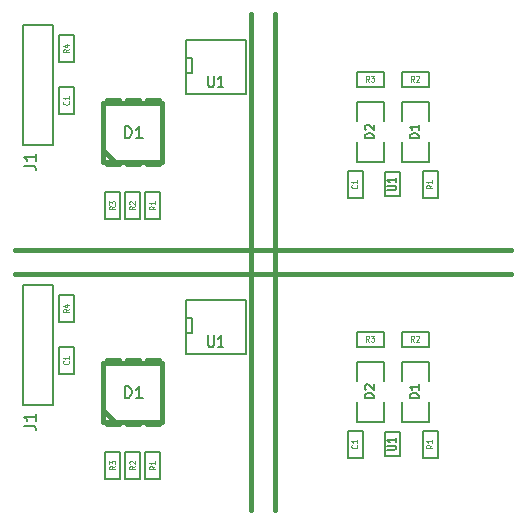
<source format=gto>
G04 (created by PCBNEW (2013-07-07 BZR 4022)-stable) date 22/01/2014 05:32:29*
%MOIN*%
G04 Gerber Fmt 3.4, Leading zero omitted, Abs format*
%FSLAX34Y34*%
G01*
G70*
G90*
G04 APERTURE LIST*
%ADD10C,0.00590551*%
%ADD11C,0.015*%
%ADD12C,0.005*%
%ADD13C,0.006*%
%ADD14C,0.00787402*%
%ADD15C,0.0045*%
G04 APERTURE END LIST*
G54D10*
G54D11*
X29921Y-19685D02*
X29921Y-36220D01*
X29133Y-19685D02*
X29133Y-36220D01*
X37795Y-28346D02*
X21259Y-28346D01*
X21259Y-27559D02*
X37795Y-27559D01*
G54D12*
X33551Y-31265D02*
X32651Y-31265D01*
X32651Y-31265D02*
X32651Y-31915D01*
X33551Y-32615D02*
X33551Y-33265D01*
X33551Y-33265D02*
X32651Y-33265D01*
X32651Y-33265D02*
X32651Y-32615D01*
X33551Y-31915D02*
X33551Y-31265D01*
X34151Y-33265D02*
X35051Y-33265D01*
X35051Y-33265D02*
X35051Y-32615D01*
X34151Y-31915D02*
X34151Y-31265D01*
X34151Y-31265D02*
X35051Y-31265D01*
X35051Y-31265D02*
X35051Y-31915D01*
X34151Y-32615D02*
X34151Y-33265D01*
X32851Y-33565D02*
X32851Y-34465D01*
X32851Y-34465D02*
X32351Y-34465D01*
X32351Y-34465D02*
X32351Y-33565D01*
X32351Y-33565D02*
X32851Y-33565D01*
X35351Y-33565D02*
X35351Y-34465D01*
X35351Y-34465D02*
X34851Y-34465D01*
X34851Y-34465D02*
X34851Y-33565D01*
X34851Y-33565D02*
X35351Y-33565D01*
X35051Y-30765D02*
X34151Y-30765D01*
X34151Y-30765D02*
X34151Y-30265D01*
X34151Y-30265D02*
X35051Y-30265D01*
X35051Y-30265D02*
X35051Y-30765D01*
X33551Y-30765D02*
X32651Y-30765D01*
X32651Y-30765D02*
X32651Y-30265D01*
X32651Y-30265D02*
X33551Y-30265D01*
X33551Y-30265D02*
X33551Y-30765D01*
G54D13*
X34101Y-34415D02*
X34101Y-33615D01*
X34101Y-33615D02*
X33601Y-33615D01*
X33601Y-33615D02*
X33601Y-34415D01*
X33601Y-34415D02*
X34101Y-34415D01*
G54D14*
X22547Y-32708D02*
X22547Y-28708D01*
X21547Y-32708D02*
X21547Y-28708D01*
X21547Y-28708D02*
X22547Y-28708D01*
X21547Y-32708D02*
X22547Y-32708D01*
G54D11*
X25669Y-33346D02*
X26062Y-33346D01*
X25000Y-33346D02*
X25393Y-33346D01*
X24330Y-33346D02*
X24724Y-33346D01*
X24330Y-31220D02*
X24724Y-31220D01*
X25669Y-31220D02*
X26062Y-31220D01*
X25000Y-31299D02*
X25000Y-31220D01*
X25000Y-31220D02*
X25393Y-31220D01*
X25393Y-31220D02*
X25393Y-31299D01*
X24212Y-32874D02*
X24606Y-33267D01*
X24212Y-31299D02*
X26181Y-31299D01*
X26181Y-31299D02*
X26181Y-33267D01*
X26181Y-33267D02*
X24212Y-33267D01*
X24212Y-33267D02*
X24212Y-31299D01*
G54D12*
X23242Y-30770D02*
X23242Y-31670D01*
X23242Y-31670D02*
X22742Y-31670D01*
X22742Y-31670D02*
X22742Y-30770D01*
X22742Y-30770D02*
X23242Y-30770D01*
X23242Y-29038D02*
X23242Y-29938D01*
X23242Y-29938D02*
X22742Y-29938D01*
X22742Y-29938D02*
X22742Y-29038D01*
X22742Y-29038D02*
X23242Y-29038D01*
X24777Y-34274D02*
X24777Y-35174D01*
X24777Y-35174D02*
X24277Y-35174D01*
X24277Y-35174D02*
X24277Y-34274D01*
X24277Y-34274D02*
X24777Y-34274D01*
X25446Y-34274D02*
X25446Y-35174D01*
X25446Y-35174D02*
X24946Y-35174D01*
X24946Y-35174D02*
X24946Y-34274D01*
X24946Y-34274D02*
X25446Y-34274D01*
X26116Y-34274D02*
X26116Y-35174D01*
X26116Y-35174D02*
X25616Y-35174D01*
X25616Y-35174D02*
X25616Y-34274D01*
X25616Y-34274D02*
X26116Y-34274D01*
X26952Y-29218D02*
X28952Y-29218D01*
X28952Y-29218D02*
X28952Y-31018D01*
X28952Y-31018D02*
X26952Y-31018D01*
X26952Y-31018D02*
X26952Y-29218D01*
X26952Y-29818D02*
X27152Y-29818D01*
X27152Y-29818D02*
X27152Y-30318D01*
X27152Y-30318D02*
X26952Y-30318D01*
X26952Y-20556D02*
X28952Y-20556D01*
X28952Y-20556D02*
X28952Y-22356D01*
X28952Y-22356D02*
X26952Y-22356D01*
X26952Y-22356D02*
X26952Y-20556D01*
X26952Y-21156D02*
X27152Y-21156D01*
X27152Y-21156D02*
X27152Y-21656D01*
X27152Y-21656D02*
X26952Y-21656D01*
X26116Y-25612D02*
X26116Y-26512D01*
X26116Y-26512D02*
X25616Y-26512D01*
X25616Y-26512D02*
X25616Y-25612D01*
X25616Y-25612D02*
X26116Y-25612D01*
X25446Y-25612D02*
X25446Y-26512D01*
X25446Y-26512D02*
X24946Y-26512D01*
X24946Y-26512D02*
X24946Y-25612D01*
X24946Y-25612D02*
X25446Y-25612D01*
X24777Y-25612D02*
X24777Y-26512D01*
X24777Y-26512D02*
X24277Y-26512D01*
X24277Y-26512D02*
X24277Y-25612D01*
X24277Y-25612D02*
X24777Y-25612D01*
X23242Y-20376D02*
X23242Y-21276D01*
X23242Y-21276D02*
X22742Y-21276D01*
X22742Y-21276D02*
X22742Y-20376D01*
X22742Y-20376D02*
X23242Y-20376D01*
X23242Y-22109D02*
X23242Y-23009D01*
X23242Y-23009D02*
X22742Y-23009D01*
X22742Y-23009D02*
X22742Y-22109D01*
X22742Y-22109D02*
X23242Y-22109D01*
G54D11*
X25669Y-24685D02*
X26062Y-24685D01*
X25000Y-24685D02*
X25393Y-24685D01*
X24330Y-24685D02*
X24724Y-24685D01*
X24330Y-22559D02*
X24724Y-22559D01*
X25669Y-22559D02*
X26062Y-22559D01*
X25000Y-22637D02*
X25000Y-22559D01*
X25000Y-22559D02*
X25393Y-22559D01*
X25393Y-22559D02*
X25393Y-22637D01*
X24212Y-24212D02*
X24606Y-24606D01*
X24212Y-22637D02*
X26181Y-22637D01*
X26181Y-22637D02*
X26181Y-24606D01*
X26181Y-24606D02*
X24212Y-24606D01*
X24212Y-24606D02*
X24212Y-22637D01*
G54D14*
X22547Y-24047D02*
X22547Y-20047D01*
X21547Y-24047D02*
X21547Y-20047D01*
X21547Y-20047D02*
X22547Y-20047D01*
X21547Y-24047D02*
X22547Y-24047D01*
G54D13*
X34101Y-25754D02*
X34101Y-24954D01*
X34101Y-24954D02*
X33601Y-24954D01*
X33601Y-24954D02*
X33601Y-25754D01*
X33601Y-25754D02*
X34101Y-25754D01*
G54D12*
X33551Y-22104D02*
X32651Y-22104D01*
X32651Y-22104D02*
X32651Y-21604D01*
X32651Y-21604D02*
X33551Y-21604D01*
X33551Y-21604D02*
X33551Y-22104D01*
X35051Y-22104D02*
X34151Y-22104D01*
X34151Y-22104D02*
X34151Y-21604D01*
X34151Y-21604D02*
X35051Y-21604D01*
X35051Y-21604D02*
X35051Y-22104D01*
X35351Y-24904D02*
X35351Y-25804D01*
X35351Y-25804D02*
X34851Y-25804D01*
X34851Y-25804D02*
X34851Y-24904D01*
X34851Y-24904D02*
X35351Y-24904D01*
X32851Y-24904D02*
X32851Y-25804D01*
X32851Y-25804D02*
X32351Y-25804D01*
X32351Y-25804D02*
X32351Y-24904D01*
X32351Y-24904D02*
X32851Y-24904D01*
X34151Y-24604D02*
X35051Y-24604D01*
X35051Y-24604D02*
X35051Y-23954D01*
X34151Y-23254D02*
X34151Y-22604D01*
X34151Y-22604D02*
X35051Y-22604D01*
X35051Y-22604D02*
X35051Y-23254D01*
X34151Y-23954D02*
X34151Y-24604D01*
X33551Y-22604D02*
X32651Y-22604D01*
X32651Y-22604D02*
X32651Y-23254D01*
X33551Y-23954D02*
X33551Y-24604D01*
X33551Y-24604D02*
X32651Y-24604D01*
X32651Y-24604D02*
X32651Y-23954D01*
X33551Y-23254D02*
X33551Y-22604D01*
X33222Y-32486D02*
X32922Y-32486D01*
X32922Y-32415D01*
X32936Y-32372D01*
X32965Y-32344D01*
X32994Y-32329D01*
X33051Y-32315D01*
X33094Y-32315D01*
X33151Y-32329D01*
X33179Y-32344D01*
X33208Y-32372D01*
X33222Y-32415D01*
X33222Y-32486D01*
X32951Y-32201D02*
X32936Y-32186D01*
X32922Y-32158D01*
X32922Y-32086D01*
X32936Y-32058D01*
X32951Y-32044D01*
X32979Y-32029D01*
X33008Y-32029D01*
X33051Y-32044D01*
X33222Y-32215D01*
X33222Y-32029D01*
X34722Y-32486D02*
X34422Y-32486D01*
X34422Y-32415D01*
X34436Y-32372D01*
X34465Y-32344D01*
X34494Y-32329D01*
X34551Y-32315D01*
X34594Y-32315D01*
X34651Y-32329D01*
X34679Y-32344D01*
X34708Y-32372D01*
X34722Y-32415D01*
X34722Y-32486D01*
X34722Y-32029D02*
X34722Y-32201D01*
X34722Y-32115D02*
X34422Y-32115D01*
X34465Y-32144D01*
X34494Y-32172D01*
X34508Y-32201D01*
G54D15*
X32663Y-34045D02*
X32672Y-34054D01*
X32682Y-34079D01*
X32682Y-34096D01*
X32672Y-34122D01*
X32653Y-34139D01*
X32634Y-34148D01*
X32596Y-34156D01*
X32567Y-34156D01*
X32529Y-34148D01*
X32510Y-34139D01*
X32491Y-34122D01*
X32482Y-34096D01*
X32482Y-34079D01*
X32491Y-34054D01*
X32501Y-34045D01*
X32682Y-33874D02*
X32682Y-33976D01*
X32682Y-33925D02*
X32482Y-33925D01*
X32510Y-33942D01*
X32529Y-33959D01*
X32539Y-33976D01*
X35182Y-34045D02*
X35086Y-34105D01*
X35182Y-34148D02*
X34982Y-34148D01*
X34982Y-34079D01*
X34991Y-34062D01*
X35001Y-34054D01*
X35020Y-34045D01*
X35048Y-34045D01*
X35067Y-34054D01*
X35077Y-34062D01*
X35086Y-34079D01*
X35086Y-34148D01*
X35182Y-33874D02*
X35182Y-33976D01*
X35182Y-33925D02*
X34982Y-33925D01*
X35010Y-33942D01*
X35029Y-33959D01*
X35039Y-33976D01*
X34571Y-30596D02*
X34511Y-30501D01*
X34468Y-30596D02*
X34468Y-30396D01*
X34536Y-30396D01*
X34554Y-30405D01*
X34562Y-30415D01*
X34571Y-30434D01*
X34571Y-30463D01*
X34562Y-30482D01*
X34554Y-30491D01*
X34536Y-30501D01*
X34468Y-30501D01*
X34639Y-30415D02*
X34648Y-30405D01*
X34665Y-30396D01*
X34708Y-30396D01*
X34725Y-30405D01*
X34734Y-30415D01*
X34742Y-30434D01*
X34742Y-30453D01*
X34734Y-30482D01*
X34631Y-30596D01*
X34742Y-30596D01*
X33071Y-30596D02*
X33011Y-30501D01*
X32968Y-30596D02*
X32968Y-30396D01*
X33036Y-30396D01*
X33054Y-30405D01*
X33062Y-30415D01*
X33071Y-30434D01*
X33071Y-30463D01*
X33062Y-30482D01*
X33054Y-30491D01*
X33036Y-30501D01*
X32968Y-30501D01*
X33131Y-30396D02*
X33242Y-30396D01*
X33182Y-30472D01*
X33208Y-30472D01*
X33225Y-30482D01*
X33234Y-30491D01*
X33242Y-30510D01*
X33242Y-30558D01*
X33234Y-30577D01*
X33225Y-30586D01*
X33208Y-30596D01*
X33156Y-30596D01*
X33139Y-30586D01*
X33131Y-30577D01*
G54D12*
X33672Y-34205D02*
X33915Y-34205D01*
X33944Y-34194D01*
X33958Y-34182D01*
X33972Y-34158D01*
X33972Y-34110D01*
X33958Y-34086D01*
X33944Y-34074D01*
X33915Y-34063D01*
X33672Y-34063D01*
X33972Y-33813D02*
X33972Y-33955D01*
X33972Y-33884D02*
X33672Y-33884D01*
X33715Y-33908D01*
X33744Y-33932D01*
X33758Y-33955D01*
G54D14*
X21556Y-33398D02*
X21838Y-33398D01*
X21894Y-33417D01*
X21931Y-33455D01*
X21950Y-33511D01*
X21950Y-33548D01*
X21950Y-33005D02*
X21950Y-33230D01*
X21950Y-33117D02*
X21556Y-33117D01*
X21613Y-33155D01*
X21650Y-33192D01*
X21669Y-33230D01*
X24925Y-32482D02*
X24925Y-32088D01*
X25019Y-32088D01*
X25075Y-32107D01*
X25113Y-32144D01*
X25132Y-32182D01*
X25150Y-32257D01*
X25150Y-32313D01*
X25132Y-32388D01*
X25113Y-32425D01*
X25075Y-32463D01*
X25019Y-32482D01*
X24925Y-32482D01*
X25525Y-32482D02*
X25300Y-32482D01*
X25413Y-32482D02*
X25413Y-32088D01*
X25375Y-32144D01*
X25338Y-32182D01*
X25300Y-32200D01*
G54D15*
X23054Y-31250D02*
X23063Y-31259D01*
X23073Y-31284D01*
X23073Y-31301D01*
X23063Y-31327D01*
X23044Y-31344D01*
X23025Y-31353D01*
X22987Y-31361D01*
X22958Y-31361D01*
X22920Y-31353D01*
X22901Y-31344D01*
X22882Y-31327D01*
X22873Y-31301D01*
X22873Y-31284D01*
X22882Y-31259D01*
X22892Y-31250D01*
X23073Y-31079D02*
X23073Y-31181D01*
X23073Y-31130D02*
X22873Y-31130D01*
X22901Y-31147D01*
X22920Y-31164D01*
X22930Y-31181D01*
X23073Y-29518D02*
X22977Y-29578D01*
X23073Y-29621D02*
X22873Y-29621D01*
X22873Y-29552D01*
X22882Y-29535D01*
X22892Y-29526D01*
X22911Y-29518D01*
X22939Y-29518D01*
X22958Y-29526D01*
X22968Y-29535D01*
X22977Y-29552D01*
X22977Y-29621D01*
X22939Y-29363D02*
X23073Y-29363D01*
X22863Y-29406D02*
X23006Y-29449D01*
X23006Y-29338D01*
X24608Y-34754D02*
X24513Y-34814D01*
X24608Y-34857D02*
X24408Y-34857D01*
X24408Y-34788D01*
X24418Y-34771D01*
X24427Y-34762D01*
X24446Y-34754D01*
X24475Y-34754D01*
X24494Y-34762D01*
X24503Y-34771D01*
X24513Y-34788D01*
X24513Y-34857D01*
X24408Y-34694D02*
X24408Y-34582D01*
X24484Y-34642D01*
X24484Y-34617D01*
X24494Y-34600D01*
X24503Y-34591D01*
X24522Y-34582D01*
X24570Y-34582D01*
X24589Y-34591D01*
X24598Y-34600D01*
X24608Y-34617D01*
X24608Y-34668D01*
X24598Y-34685D01*
X24589Y-34694D01*
X25277Y-34754D02*
X25182Y-34814D01*
X25277Y-34857D02*
X25077Y-34857D01*
X25077Y-34788D01*
X25087Y-34771D01*
X25096Y-34762D01*
X25115Y-34754D01*
X25144Y-34754D01*
X25163Y-34762D01*
X25173Y-34771D01*
X25182Y-34788D01*
X25182Y-34857D01*
X25096Y-34685D02*
X25087Y-34677D01*
X25077Y-34660D01*
X25077Y-34617D01*
X25087Y-34600D01*
X25096Y-34591D01*
X25115Y-34582D01*
X25134Y-34582D01*
X25163Y-34591D01*
X25277Y-34694D01*
X25277Y-34582D01*
X25947Y-34754D02*
X25851Y-34814D01*
X25947Y-34857D02*
X25747Y-34857D01*
X25747Y-34788D01*
X25756Y-34771D01*
X25766Y-34762D01*
X25785Y-34754D01*
X25813Y-34754D01*
X25832Y-34762D01*
X25842Y-34771D01*
X25851Y-34788D01*
X25851Y-34857D01*
X25947Y-34582D02*
X25947Y-34685D01*
X25947Y-34634D02*
X25747Y-34634D01*
X25775Y-34651D01*
X25794Y-34668D01*
X25804Y-34685D01*
G54D12*
X27712Y-30395D02*
X27712Y-30714D01*
X27727Y-30751D01*
X27742Y-30770D01*
X27772Y-30789D01*
X27832Y-30789D01*
X27862Y-30770D01*
X27877Y-30751D01*
X27892Y-30714D01*
X27892Y-30395D01*
X28207Y-30789D02*
X28027Y-30789D01*
X28117Y-30789D02*
X28117Y-30395D01*
X28087Y-30451D01*
X28057Y-30489D01*
X28027Y-30507D01*
X27712Y-21733D02*
X27712Y-22052D01*
X27727Y-22090D01*
X27742Y-22109D01*
X27772Y-22127D01*
X27832Y-22127D01*
X27862Y-22109D01*
X27877Y-22090D01*
X27892Y-22052D01*
X27892Y-21733D01*
X28207Y-22127D02*
X28027Y-22127D01*
X28117Y-22127D02*
X28117Y-21733D01*
X28087Y-21790D01*
X28057Y-21827D01*
X28027Y-21846D01*
G54D15*
X25947Y-26092D02*
X25851Y-26152D01*
X25947Y-26195D02*
X25747Y-26195D01*
X25747Y-26127D01*
X25756Y-26110D01*
X25766Y-26101D01*
X25785Y-26092D01*
X25813Y-26092D01*
X25832Y-26101D01*
X25842Y-26110D01*
X25851Y-26127D01*
X25851Y-26195D01*
X25947Y-25921D02*
X25947Y-26024D01*
X25947Y-25972D02*
X25747Y-25972D01*
X25775Y-25990D01*
X25794Y-26007D01*
X25804Y-26024D01*
X25277Y-26092D02*
X25182Y-26152D01*
X25277Y-26195D02*
X25077Y-26195D01*
X25077Y-26127D01*
X25087Y-26110D01*
X25096Y-26101D01*
X25115Y-26092D01*
X25144Y-26092D01*
X25163Y-26101D01*
X25173Y-26110D01*
X25182Y-26127D01*
X25182Y-26195D01*
X25096Y-26024D02*
X25087Y-26015D01*
X25077Y-25998D01*
X25077Y-25955D01*
X25087Y-25938D01*
X25096Y-25930D01*
X25115Y-25921D01*
X25134Y-25921D01*
X25163Y-25930D01*
X25277Y-26032D01*
X25277Y-25921D01*
X24608Y-26092D02*
X24513Y-26152D01*
X24608Y-26195D02*
X24408Y-26195D01*
X24408Y-26127D01*
X24418Y-26110D01*
X24427Y-26101D01*
X24446Y-26092D01*
X24475Y-26092D01*
X24494Y-26101D01*
X24503Y-26110D01*
X24513Y-26127D01*
X24513Y-26195D01*
X24408Y-26032D02*
X24408Y-25921D01*
X24484Y-25981D01*
X24484Y-25955D01*
X24494Y-25938D01*
X24503Y-25930D01*
X24522Y-25921D01*
X24570Y-25921D01*
X24589Y-25930D01*
X24598Y-25938D01*
X24608Y-25955D01*
X24608Y-26007D01*
X24598Y-26024D01*
X24589Y-26032D01*
X23073Y-20856D02*
X22977Y-20916D01*
X23073Y-20959D02*
X22873Y-20959D01*
X22873Y-20891D01*
X22882Y-20873D01*
X22892Y-20865D01*
X22911Y-20856D01*
X22939Y-20856D01*
X22958Y-20865D01*
X22968Y-20873D01*
X22977Y-20891D01*
X22977Y-20959D01*
X22939Y-20702D02*
X23073Y-20702D01*
X22863Y-20745D02*
X23006Y-20788D01*
X23006Y-20676D01*
X23054Y-22589D02*
X23063Y-22597D01*
X23073Y-22623D01*
X23073Y-22640D01*
X23063Y-22666D01*
X23044Y-22683D01*
X23025Y-22691D01*
X22987Y-22700D01*
X22958Y-22700D01*
X22920Y-22691D01*
X22901Y-22683D01*
X22882Y-22666D01*
X22873Y-22640D01*
X22873Y-22623D01*
X22882Y-22597D01*
X22892Y-22589D01*
X23073Y-22417D02*
X23073Y-22520D01*
X23073Y-22469D02*
X22873Y-22469D01*
X22901Y-22486D01*
X22920Y-22503D01*
X22930Y-22520D01*
G54D14*
X24925Y-23820D02*
X24925Y-23427D01*
X25019Y-23427D01*
X25075Y-23445D01*
X25113Y-23483D01*
X25132Y-23520D01*
X25150Y-23595D01*
X25150Y-23652D01*
X25132Y-23727D01*
X25113Y-23764D01*
X25075Y-23802D01*
X25019Y-23820D01*
X24925Y-23820D01*
X25525Y-23820D02*
X25300Y-23820D01*
X25413Y-23820D02*
X25413Y-23427D01*
X25375Y-23483D01*
X25338Y-23520D01*
X25300Y-23539D01*
X21556Y-24737D02*
X21838Y-24737D01*
X21894Y-24756D01*
X21931Y-24793D01*
X21950Y-24850D01*
X21950Y-24887D01*
X21950Y-24343D02*
X21950Y-24568D01*
X21950Y-24456D02*
X21556Y-24456D01*
X21613Y-24493D01*
X21650Y-24531D01*
X21669Y-24568D01*
G54D12*
X33672Y-25544D02*
X33915Y-25544D01*
X33944Y-25532D01*
X33958Y-25520D01*
X33972Y-25496D01*
X33972Y-25449D01*
X33958Y-25425D01*
X33944Y-25413D01*
X33915Y-25401D01*
X33672Y-25401D01*
X33972Y-25151D02*
X33972Y-25294D01*
X33972Y-25223D02*
X33672Y-25223D01*
X33715Y-25246D01*
X33744Y-25270D01*
X33758Y-25294D01*
G54D15*
X33071Y-21935D02*
X33011Y-21839D01*
X32968Y-21935D02*
X32968Y-21735D01*
X33036Y-21735D01*
X33054Y-21744D01*
X33062Y-21754D01*
X33071Y-21773D01*
X33071Y-21801D01*
X33062Y-21820D01*
X33054Y-21830D01*
X33036Y-21839D01*
X32968Y-21839D01*
X33131Y-21735D02*
X33242Y-21735D01*
X33182Y-21811D01*
X33208Y-21811D01*
X33225Y-21820D01*
X33234Y-21830D01*
X33242Y-21849D01*
X33242Y-21896D01*
X33234Y-21915D01*
X33225Y-21925D01*
X33208Y-21935D01*
X33156Y-21935D01*
X33139Y-21925D01*
X33131Y-21915D01*
X34571Y-21935D02*
X34511Y-21839D01*
X34468Y-21935D02*
X34468Y-21735D01*
X34536Y-21735D01*
X34554Y-21744D01*
X34562Y-21754D01*
X34571Y-21773D01*
X34571Y-21801D01*
X34562Y-21820D01*
X34554Y-21830D01*
X34536Y-21839D01*
X34468Y-21839D01*
X34639Y-21754D02*
X34648Y-21744D01*
X34665Y-21735D01*
X34708Y-21735D01*
X34725Y-21744D01*
X34734Y-21754D01*
X34742Y-21773D01*
X34742Y-21792D01*
X34734Y-21820D01*
X34631Y-21935D01*
X34742Y-21935D01*
X35182Y-25384D02*
X35086Y-25444D01*
X35182Y-25486D02*
X34982Y-25486D01*
X34982Y-25418D01*
X34991Y-25401D01*
X35001Y-25392D01*
X35020Y-25384D01*
X35048Y-25384D01*
X35067Y-25392D01*
X35077Y-25401D01*
X35086Y-25418D01*
X35086Y-25486D01*
X35182Y-25212D02*
X35182Y-25315D01*
X35182Y-25264D02*
X34982Y-25264D01*
X35010Y-25281D01*
X35029Y-25298D01*
X35039Y-25315D01*
X32663Y-25384D02*
X32672Y-25392D01*
X32682Y-25418D01*
X32682Y-25435D01*
X32672Y-25461D01*
X32653Y-25478D01*
X32634Y-25486D01*
X32596Y-25495D01*
X32567Y-25495D01*
X32529Y-25486D01*
X32510Y-25478D01*
X32491Y-25461D01*
X32482Y-25435D01*
X32482Y-25418D01*
X32491Y-25392D01*
X32501Y-25384D01*
X32682Y-25212D02*
X32682Y-25315D01*
X32682Y-25264D02*
X32482Y-25264D01*
X32510Y-25281D01*
X32529Y-25298D01*
X32539Y-25315D01*
G54D12*
X34722Y-23825D02*
X34422Y-23825D01*
X34422Y-23754D01*
X34436Y-23711D01*
X34465Y-23682D01*
X34494Y-23668D01*
X34551Y-23654D01*
X34594Y-23654D01*
X34651Y-23668D01*
X34679Y-23682D01*
X34708Y-23711D01*
X34722Y-23754D01*
X34722Y-23825D01*
X34722Y-23368D02*
X34722Y-23539D01*
X34722Y-23454D02*
X34422Y-23454D01*
X34465Y-23482D01*
X34494Y-23511D01*
X34508Y-23539D01*
X33222Y-23825D02*
X32922Y-23825D01*
X32922Y-23754D01*
X32936Y-23711D01*
X32965Y-23682D01*
X32994Y-23668D01*
X33051Y-23654D01*
X33094Y-23654D01*
X33151Y-23668D01*
X33179Y-23682D01*
X33208Y-23711D01*
X33222Y-23754D01*
X33222Y-23825D01*
X32951Y-23539D02*
X32936Y-23525D01*
X32922Y-23496D01*
X32922Y-23425D01*
X32936Y-23396D01*
X32951Y-23382D01*
X32979Y-23368D01*
X33008Y-23368D01*
X33051Y-23382D01*
X33222Y-23554D01*
X33222Y-23368D01*
M02*

</source>
